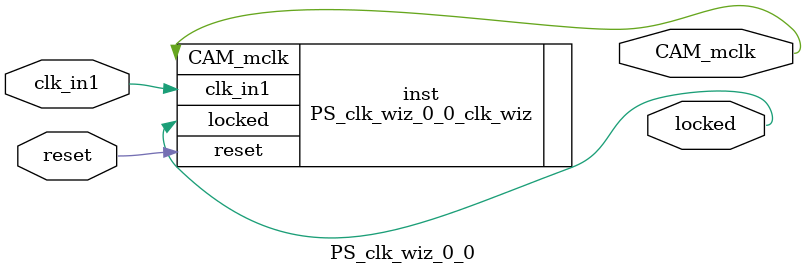
<source format=v>


`timescale 1ps/1ps

(* CORE_GENERATION_INFO = "PS_clk_wiz_0_0,clk_wiz_v6_0_4_0_0,{component_name=PS_clk_wiz_0_0,use_phase_alignment=true,use_min_o_jitter=false,use_max_i_jitter=false,use_dyn_phase_shift=false,use_inclk_switchover=false,use_dyn_reconfig=false,enable_axi=0,feedback_source=FDBK_AUTO,PRIMITIVE=MMCM,num_out_clk=1,clkin1_period=10.000,clkin2_period=10.000,use_power_down=false,use_reset=true,use_locked=true,use_inclk_stopped=false,feedback_type=SINGLE,CLOCK_MGR_TYPE=NA,manual_override=false}" *)

module PS_clk_wiz_0_0 
 (
  // Clock out ports
  output        CAM_mclk,
  // Status and control signals
  input         reset,
  output        locked,
 // Clock in ports
  input         clk_in1
 );

  PS_clk_wiz_0_0_clk_wiz inst
  (
  // Clock out ports  
  .CAM_mclk(CAM_mclk),
  // Status and control signals               
  .reset(reset), 
  .locked(locked),
 // Clock in ports
  .clk_in1(clk_in1)
  );

endmodule

</source>
